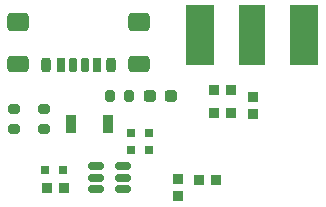
<source format=gtp>
G04 #@! TF.GenerationSoftware,KiCad,Pcbnew,8.0.6*
G04 #@! TF.CreationDate,2024-11-27T10:36:13+01:00*
G04 #@! TF.ProjectId,TDR1,54445231-2e6b-4696-9361-645f70636258,0.1*
G04 #@! TF.SameCoordinates,Original*
G04 #@! TF.FileFunction,Paste,Top*
G04 #@! TF.FilePolarity,Positive*
%FSLAX46Y46*%
G04 Gerber Fmt 4.6, Leading zero omitted, Abs format (unit mm)*
G04 Created by KiCad (PCBNEW 8.0.6) date 2024-11-27 10:36:13*
%MOMM*%
%LPD*%
G01*
G04 APERTURE LIST*
G04 Aperture macros list*
%AMRoundRect*
0 Rectangle with rounded corners*
0 $1 Rounding radius*
0 $2 $3 $4 $5 $6 $7 $8 $9 X,Y pos of 4 corners*
0 Add a 4 corners polygon primitive as box body*
4,1,4,$2,$3,$4,$5,$6,$7,$8,$9,$2,$3,0*
0 Add four circle primitives for the rounded corners*
1,1,$1+$1,$2,$3*
1,1,$1+$1,$4,$5*
1,1,$1+$1,$6,$7*
1,1,$1+$1,$8,$9*
0 Add four rect primitives between the rounded corners*
20,1,$1+$1,$2,$3,$4,$5,0*
20,1,$1+$1,$4,$5,$6,$7,0*
20,1,$1+$1,$6,$7,$8,$9,0*
20,1,$1+$1,$8,$9,$2,$3,0*%
G04 Aperture macros list end*
%ADD10R,0.800000X0.800000*%
%ADD11RoundRect,0.200000X-0.200000X-0.275000X0.200000X-0.275000X0.200000X0.275000X-0.200000X0.275000X0*%
%ADD12R,2.290000X5.080000*%
%ADD13R,2.420000X5.080000*%
%ADD14RoundRect,0.150000X-0.512500X-0.150000X0.512500X-0.150000X0.512500X0.150000X-0.512500X0.150000X0*%
%ADD15R,0.950000X0.950000*%
%ADD16RoundRect,0.237500X-0.287500X-0.237500X0.287500X-0.237500X0.287500X0.237500X-0.287500X0.237500X0*%
%ADD17RoundRect,0.175000X0.175000X0.425000X-0.175000X0.425000X-0.175000X-0.425000X0.175000X-0.425000X0*%
%ADD18RoundRect,0.190000X-0.190000X-0.410000X0.190000X-0.410000X0.190000X0.410000X-0.190000X0.410000X0*%
%ADD19RoundRect,0.200000X-0.200000X-0.400000X0.200000X-0.400000X0.200000X0.400000X-0.200000X0.400000X0*%
%ADD20RoundRect,0.175000X-0.175000X-0.425000X0.175000X-0.425000X0.175000X0.425000X-0.175000X0.425000X0*%
%ADD21RoundRect,0.190000X0.190000X0.410000X-0.190000X0.410000X-0.190000X-0.410000X0.190000X-0.410000X0*%
%ADD22RoundRect,0.200000X0.200000X0.400000X-0.200000X0.400000X-0.200000X-0.400000X0.200000X-0.400000X0*%
%ADD23RoundRect,0.250000X0.650000X0.425000X-0.650000X0.425000X-0.650000X-0.425000X0.650000X-0.425000X0*%
%ADD24RoundRect,0.250000X0.650000X0.500000X-0.650000X0.500000X-0.650000X-0.500000X0.650000X-0.500000X0*%
%ADD25R,0.900000X1.600000*%
%ADD26RoundRect,0.200000X-0.275000X0.200000X-0.275000X-0.200000X0.275000X-0.200000X0.275000X0.200000X0*%
G04 APERTURE END LIST*
D10*
G04 #@! TO.C,C3*
X11400000Y11650000D03*
X12900000Y11650000D03*
G04 #@! TD*
D11*
G04 #@! TO.C,R9*
X9575000Y14800000D03*
X11225000Y14800000D03*
G04 #@! TD*
D12*
G04 #@! TO.C,J3*
X21620000Y20000000D03*
D13*
X26000000Y20000000D03*
X17240000Y20000000D03*
G04 #@! TD*
D14*
G04 #@! TO.C,U1*
X8425000Y8850000D03*
X8425000Y7900000D03*
X8425000Y6950000D03*
X10700000Y6950000D03*
X10700000Y7900000D03*
X10700000Y8850000D03*
G04 #@! TD*
D15*
G04 #@! TO.C,R4*
X17131100Y7666400D03*
X18581100Y7666400D03*
G04 #@! TD*
G04 #@! TO.C,R1*
X18401100Y15286400D03*
X19851100Y15286400D03*
G04 #@! TD*
D16*
G04 #@! TO.C,D1*
X12975000Y14800000D03*
X14725000Y14800000D03*
G04 #@! TD*
D15*
G04 #@! TO.C,R6*
X4212500Y7000000D03*
X5662500Y7000000D03*
G04 #@! TD*
D17*
G04 #@! TO.C,J2*
X7450000Y17467500D03*
D18*
X5430000Y17467500D03*
D19*
X4200000Y17467500D03*
D20*
X6450000Y17467500D03*
D21*
X8470000Y17467500D03*
D22*
X9700000Y17467500D03*
D23*
X12075000Y17522500D03*
D24*
X12075000Y21102500D03*
D23*
X1825000Y17522500D03*
D24*
X1825000Y21102500D03*
G04 #@! TD*
D10*
G04 #@! TO.C,C2*
X11391100Y10206400D03*
X12891100Y10206400D03*
G04 #@! TD*
D15*
G04 #@! TO.C,R3*
X15316100Y6306400D03*
X15316100Y7756400D03*
G04 #@! TD*
D25*
G04 #@! TO.C,C4*
X6300000Y12450000D03*
X9400000Y12450000D03*
G04 #@! TD*
D26*
G04 #@! TO.C,R7*
X3977000Y13700000D03*
X3977000Y12050000D03*
G04 #@! TD*
D10*
G04 #@! TO.C,C1*
X5587500Y8550000D03*
X4087500Y8550000D03*
G04 #@! TD*
D15*
G04 #@! TO.C,R5*
X21666100Y14741400D03*
X21666100Y13291400D03*
G04 #@! TD*
D26*
G04 #@! TO.C,R8*
X1450000Y13700000D03*
X1450000Y12050000D03*
G04 #@! TD*
D15*
G04 #@! TO.C,R2*
X19851100Y13381400D03*
X18401100Y13381400D03*
G04 #@! TD*
M02*

</source>
